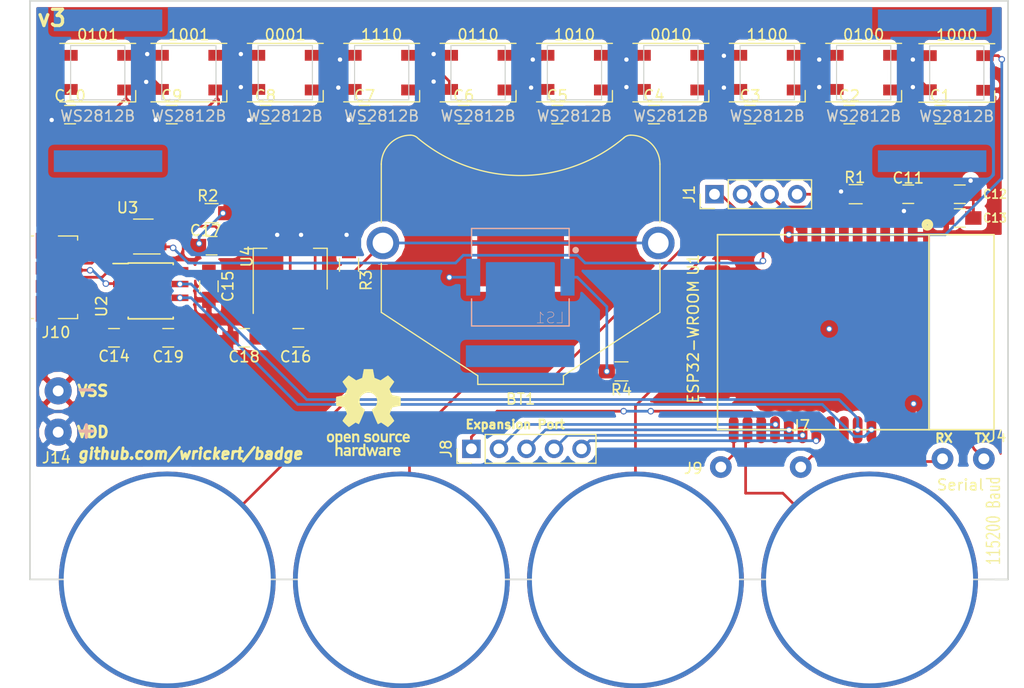
<source format=kicad_pcb>
(kicad_pcb (version 20171130) (host pcbnew 5.0.1)
  (layers (0 F.Cu signal) (31 B.Cu signal) (34 B.Paste user) (35 F.Paste user) (36 B.SilkS user) (37 F.SilkS user) (38 B.Mask user) (39 F.Mask user) (44 Edge.Cuts user))
  (net 0 "")
  (net 1 VDD)
  (net 2 VSS)
  (net 3 SPI)
  (net 4 "Net-(LED1-Pad2)")
  (net 5 "Net-(LED2-Pad2)")
  (net 6 "Net-(LED3-Pad2)")
  (net 7 "Net-(LED4-Pad2)")
  (net 8 "Net-(LED5-Pad2)")
  (net 9 "Net-(LED6-Pad2)")
  (net 10 "Net-(LED7-Pad2)")
  (net 11 "Net-(LED8-Pad2)")
  (net 12 "Net-(LED10-Pad4)")
  (net 13 "Net-(LED10-Pad2)")
  (net 14 IO23)
  (net 15 IO22)
  (net 16 TX)
  (net 17 RX)
  (net 18 IO21)
  (net 19 "Net-(U1-Pad32)")
  (net 20 IO19)
  (net 21 IO18)
  (net 22 IO5)
  (net 23 IO17)
  (net 24 IO16)
  (net 25 P0)
  (net 26 IO0)
  (net 27 P3)
  (net 28 IO13)
  (net 29 P1)
  (net 30 IO27)
  (net 31 IO33)
  (net 32 IO32)
  (net 33 IO35)
  (net 34 IO34)
  (net 35 "Net-(C11-Pad1)")
  (net 36 P2)
  (net 37 VDDA)
  (net 38 VBUS)
  (net 39 "Net-(C15-Pad1)")
  (net 40 "Net-(J10-Pad2)")
  (net 41 "Net-(R2-Pad1)")
  (net 42 "Net-(U1-Pad22)")
  (net 43 "Net-(U1-Pad21)")
  (net 44 "Net-(U1-Pad20)")
  (net 45 "Net-(U1-Pad19)")
  (net 46 "Net-(U1-Pad18)")
  (net 47 "Net-(U1-Pad17)")
  (net 48 "Net-(U1-Pad11)")
  (net 49 "Net-(U1-Pad5)")
  (net 50 "Net-(U1-Pad4)")
  (net 51 "Net-(J10-Pad3)")
  (net 52 "Net-(U2-Pad4)")
  (net 53 "Net-(J10-Pad4)")
  (net 54 "Net-(LS1-Pad1)")
  (module Housings_SOIC:SOIC-8_3.9x4.9mm_Pitch1.27mm (layer F.Cu) (at 92.456 115.57)
    (fp_text reference U2 (at -4.536 1.427 90) (layer F.SilkS))
    (fp_text value otter_CH330)
    (pad 8 smd rect (at 2.7 -1.905) (size 1.55 0.6) (layers F.Cu F.Paste F.Mask) (net 39 "Net-(C15-Pad1)"))
    (pad 7 smd rect (at 2.7 -0.635) (size 1.55 0.6) (layers F.Cu F.Paste F.Mask) (net 17 RX))
    (pad 6 smd rect (at 2.7 0.635) (size 1.55 0.6) (layers F.Cu F.Paste F.Mask) (net 16 TX))
    (pad 5 smd rect (at 2.7 1.905) (size 1.55 0.6) (layers F.Cu F.Paste F.Mask) (net 38 VBUS))
    (pad 4 smd rect (at -2.7 1.905) (size 1.55 0.6) (layers F.Cu F.Paste F.Mask) (net 52 "Net-(U2-Pad4)"))
    (pad 3 smd rect (at -2.7 0.635) (size 1.55 0.6) (layers F.Cu F.Paste F.Mask) (net 2 VSS))
    (pad 2 smd rect (at -2.7 -0.635) (size 1.55 0.6) (layers F.Cu F.Paste F.Mask) (net 40 "Net-(J10-Pad2)"))
    (pad 1 smd rect (at -2.7 -1.905) (size 1.55 0.6) (layers F.Cu F.Paste F.Mask) (net 51 "Net-(J10-Pad3)"))
  )
  (module Badge:WS2812B-Sunken (layer F.Cu) (at 87.57 95.428576)
    (fp_text reference 0101 (at 0 -3.5) (layer F.SilkS))
    (fp_text value WS2812B (at 0 4) (layer Edge.Cuts))
    (fp_line (start 2.5 -2.5) (end -2.5 -2.5) (layer Edge.Cuts) (width 0.1))
    (fp_line (start 2.5 2.5) (end 2.5 -2.5) (layer Edge.Cuts) (width 0.1))
    (fp_line (start -2.5 2.5) (end 2.5 2.5) (layer Edge.Cuts) (width 0.1))
    (fp_line (start -2.5 -2.5) (end -2.5 2.5) (layer Edge.Cuts) (width 0.1))
    (pad 1 smd rect (at -2.65 -1.6) (size 1.6 1) (layers F.Cu F.Paste F.Mask) (net 1 VDD))
    (pad 2 smd rect (at -2.65 1.55) (size 1.6 1) (layers F.Cu F.Paste F.Mask) (net 13 "Net-(LED10-Pad2)"))
    (pad 4 smd rect (at 2.6 -1.6) (size 1.6 1) (layers F.Cu F.Paste F.Mask) (net 12 "Net-(LED10-Pad4)"))
    (pad 3 smd rect (at 2.6 1.6) (size 1.6 1) (layers F.Cu F.Paste F.Mask) (net 2 VSS))
  )
  (module Badge:WS2812B-Sunken (layer F.Cu) (at 104.865 95.425576)
    (fp_text reference 0001 (at 0 -3.5) (layer F.SilkS))
    (fp_text value WS2812B (at 0 4) (layer Edge.Cuts))
    (fp_line (start 2.5 -2.5) (end -2.5 -2.5) (layer Edge.Cuts) (width 0.1))
    (fp_line (start 2.5 2.5) (end 2.5 -2.5) (layer Edge.Cuts) (width 0.1))
    (fp_line (start -2.5 2.5) (end 2.5 2.5) (layer Edge.Cuts) (width 0.1))
    (fp_line (start -2.5 -2.5) (end -2.5 2.5) (layer Edge.Cuts) (width 0.1))
    (pad 1 smd rect (at -2.65 -1.6) (size 1.6 1) (layers F.Cu F.Paste F.Mask) (net 1 VDD))
    (pad 2 smd rect (at -2.65 1.55) (size 1.6 1) (layers F.Cu F.Paste F.Mask) (net 11 "Net-(LED8-Pad2)"))
    (pad 4 smd rect (at 2.6 -1.6) (size 1.6 1) (layers F.Cu F.Paste F.Mask) (net 10 "Net-(LED7-Pad2)"))
    (pad 3 smd rect (at 2.6 1.6) (size 1.6 1) (layers F.Cu F.Paste F.Mask) (net 2 VSS))
  )
  (module Badge:WS2812B-Sunken (layer F.Cu) (at 158.205 95.425576)
    (fp_text reference 0100 (at 0 -3.5) (layer F.SilkS))
    (fp_text value WS2812B (at 0 4) (layer Edge.Cuts))
    (fp_line (start 2.5 -2.5) (end -2.5 -2.5) (layer Edge.Cuts) (width 0.1))
    (fp_line (start 2.5 2.5) (end 2.5 -2.5) (layer Edge.Cuts) (width 0.1))
    (fp_line (start -2.5 2.5) (end 2.5 2.5) (layer Edge.Cuts) (width 0.1))
    (fp_line (start -2.5 -2.5) (end -2.5 2.5) (layer Edge.Cuts) (width 0.1))
    (pad 1 smd rect (at -2.65 -1.6) (size 1.6 1) (layers F.Cu F.Paste F.Mask) (net 1 VDD))
    (pad 2 smd rect (at -2.65 1.55) (size 1.6 1) (layers F.Cu F.Paste F.Mask) (net 5 "Net-(LED2-Pad2)"))
    (pad 4 smd rect (at 2.6 -1.6) (size 1.6 1) (layers F.Cu F.Paste F.Mask) (net 4 "Net-(LED1-Pad2)"))
    (pad 3 smd rect (at 2.6 1.6) (size 1.6 1) (layers F.Cu F.Paste F.Mask) (net 2 VSS))
  )
  (module Badge:WS2812B-Sunken (layer F.Cu) (at 166.795 95.453576)
    (fp_text reference 1000 (at 0 -3.5) (layer F.SilkS))
    (fp_text value WS2812B (at 0 4) (layer Edge.Cuts))
    (fp_line (start 2.5 -2.5) (end -2.5 -2.5) (layer Edge.Cuts) (width 0.1))
    (fp_line (start 2.5 2.5) (end 2.5 -2.5) (layer Edge.Cuts) (width 0.1))
    (fp_line (start -2.5 2.5) (end 2.5 2.5) (layer Edge.Cuts) (width 0.1))
    (fp_line (start -2.5 -2.5) (end -2.5 2.5) (layer Edge.Cuts) (width 0.1))
    (pad 1 smd rect (at -2.65 -1.6) (size 1.6 1) (layers F.Cu F.Paste F.Mask) (net 1 VDD))
    (pad 2 smd rect (at -2.65 1.55) (size 1.6 1) (layers F.Cu F.Paste F.Mask) (net 4 "Net-(LED1-Pad2)"))
    (pad 4 smd rect (at 2.6 -1.6) (size 1.6 1) (layers F.Cu F.Paste F.Mask) (net 3 SPI))
    (pad 3 smd rect (at 2.6 1.6) (size 1.6 1) (layers F.Cu F.Paste F.Mask) (net 2 VSS))
  )
  (module Badge:WS2812B-Sunken (layer F.Cu) (at 149.315 95.425576)
    (fp_text reference 1100 (at 0 -3.5) (layer F.SilkS))
    (fp_text value WS2812B (at 0 4) (layer Edge.Cuts))
    (fp_line (start 2.5 -2.5) (end -2.5 -2.5) (layer Edge.Cuts) (width 0.1))
    (fp_line (start 2.5 2.5) (end 2.5 -2.5) (layer Edge.Cuts) (width 0.1))
    (fp_line (start -2.5 2.5) (end 2.5 2.5) (layer Edge.Cuts) (width 0.1))
    (fp_line (start -2.5 -2.5) (end -2.5 2.5) (layer Edge.Cuts) (width 0.1))
    (pad 1 smd rect (at -2.65 -1.6) (size 1.6 1) (layers F.Cu F.Paste F.Mask) (net 1 VDD))
    (pad 2 smd rect (at -2.65 1.55) (size 1.6 1) (layers F.Cu F.Paste F.Mask) (net 6 "Net-(LED3-Pad2)"))
    (pad 4 smd rect (at 2.6 -1.6) (size 1.6 1) (layers F.Cu F.Paste F.Mask) (net 5 "Net-(LED2-Pad2)"))
    (pad 3 smd rect (at 2.6 1.6) (size 1.6 1) (layers F.Cu F.Paste F.Mask) (net 2 VSS))
  )
  (module Badge:WS2812B-Sunken (layer F.Cu) (at 140.425 95.425576)
    (fp_text reference 0010 (at 0 -3.5) (layer F.SilkS))
    (fp_text value WS2812B (at 0 4) (layer Edge.Cuts))
    (fp_line (start 2.5 -2.5) (end -2.5 -2.5) (layer Edge.Cuts) (width 0.1))
    (fp_line (start 2.5 2.5) (end 2.5 -2.5) (layer Edge.Cuts) (width 0.1))
    (fp_line (start -2.5 2.5) (end 2.5 2.5) (layer Edge.Cuts) (width 0.1))
    (fp_line (start -2.5 -2.5) (end -2.5 2.5) (layer Edge.Cuts) (width 0.1))
    (pad 1 smd rect (at -2.65 -1.6) (size 1.6 1) (layers F.Cu F.Paste F.Mask) (net 1 VDD))
    (pad 2 smd rect (at -2.65 1.55) (size 1.6 1) (layers F.Cu F.Paste F.Mask) (net 7 "Net-(LED4-Pad2)"))
    (pad 4 smd rect (at 2.6 -1.6) (size 1.6 1) (layers F.Cu F.Paste F.Mask) (net 6 "Net-(LED3-Pad2)"))
    (pad 3 smd rect (at 2.6 1.6) (size 1.6 1) (layers F.Cu F.Paste F.Mask) (net 2 VSS))
  )
  (module Badge:WS2812B-Sunken (layer F.Cu) (at 131.535 95.425576)
    (fp_text reference 1010 (at 0 -3.5) (layer F.SilkS))
    (fp_text value WS2812B (at 0 4) (layer Edge.Cuts))
    (fp_line (start 2.5 -2.5) (end -2.5 -2.5) (layer Edge.Cuts) (width 0.1))
    (fp_line (start 2.5 2.5) (end 2.5 -2.5) (layer Edge.Cuts) (width 0.1))
    (fp_line (start -2.5 2.5) (end 2.5 2.5) (layer Edge.Cuts) (width 0.1))
    (fp_line (start -2.5 -2.5) (end -2.5 2.5) (layer Edge.Cuts) (width 0.1))
    (pad 1 smd rect (at -2.65 -1.6) (size 1.6 1) (layers F.Cu F.Paste F.Mask) (net 1 VDD))
    (pad 2 smd rect (at -2.65 1.55) (size 1.6 1) (layers F.Cu F.Paste F.Mask) (net 8 "Net-(LED5-Pad2)"))
    (pad 4 smd rect (at 2.6 -1.6) (size 1.6 1) (layers F.Cu F.Paste F.Mask) (net 7 "Net-(LED4-Pad2)"))
    (pad 3 smd rect (at 2.6 1.6) (size 1.6 1) (layers F.Cu F.Paste F.Mask) (net 2 VSS))
  )
  (module Badge:WS2812B-Sunken (layer F.Cu) (at 122.645 95.425576)
    (fp_text reference 0110 (at 0 -3.5) (layer F.SilkS))
    (fp_text value WS2812B (at 0 4) (layer Edge.Cuts))
    (fp_line (start 2.5 -2.5) (end -2.5 -2.5) (layer Edge.Cuts) (width 0.1))
    (fp_line (start 2.5 2.5) (end 2.5 -2.5) (layer Edge.Cuts) (width 0.1))
    (fp_line (start -2.5 2.5) (end 2.5 2.5) (layer Edge.Cuts) (width 0.1))
    (fp_line (start -2.5 -2.5) (end -2.5 2.5) (layer Edge.Cuts) (width 0.1))
    (pad 1 smd rect (at -2.65 -1.6) (size 1.6 1) (layers F.Cu F.Paste F.Mask) (net 1 VDD))
    (pad 2 smd rect (at -2.65 1.55) (size 1.6 1) (layers F.Cu F.Paste F.Mask) (net 9 "Net-(LED6-Pad2)"))
    (pad 4 smd rect (at 2.6 -1.6) (size 1.6 1) (layers F.Cu F.Paste F.Mask) (net 8 "Net-(LED5-Pad2)"))
    (pad 3 smd rect (at 2.6 1.6) (size 1.6 1) (layers F.Cu F.Paste F.Mask) (net 2 VSS))
  )
  (module Badge:WS2812B-Sunken (layer F.Cu) (at 113.755 95.425576)
    (fp_text reference 1110 (at 0 -3.5) (layer F.SilkS))
    (fp_text value WS2812B (at 0 4) (layer Edge.Cuts))
    (fp_line (start 2.5 -2.5) (end -2.5 -2.5) (layer Edge.Cuts) (width 0.1))
    (fp_line (start 2.5 2.5) (end 2.5 -2.5) (layer Edge.Cuts) (width 0.1))
    (fp_line (start -2.5 2.5) (end 2.5 2.5) (layer Edge.Cuts) (width 0.1))
    (fp_line (start -2.5 -2.5) (end -2.5 2.5) (layer Edge.Cuts) (width 0.1))
    (pad 1 smd rect (at -2.65 -1.6) (size 1.6 1) (layers F.Cu F.Paste F.Mask) (net 1 VDD))
    (pad 2 smd rect (at -2.65 1.55) (size 1.6 1) (layers F.Cu F.Paste F.Mask) (net 10 "Net-(LED7-Pad2)"))
    (pad 4 smd rect (at 2.6 -1.6) (size 1.6 1) (layers F.Cu F.Paste F.Mask) (net 9 "Net-(LED6-Pad2)"))
    (pad 3 smd rect (at 2.6 1.6) (size 1.6 1) (layers F.Cu F.Paste F.Mask) (net 2 VSS))
  )
  (module Badge:WS2812B-Sunken (layer F.Cu) (at 95.975 95.425576)
    (fp_text reference 1001 (at 0 -3.5) (layer F.SilkS))
    (fp_text value WS2812B (at 0 4) (layer Edge.Cuts))
    (fp_line (start 2.5 -2.5) (end -2.5 -2.5) (layer Edge.Cuts) (width 0.1))
    (fp_line (start 2.5 2.5) (end 2.5 -2.5) (layer Edge.Cuts) (width 0.1))
    (fp_line (start -2.5 2.5) (end 2.5 2.5) (layer Edge.Cuts) (width 0.1))
    (fp_line (start -2.5 -2.5) (end -2.5 2.5) (layer Edge.Cuts) (width 0.1))
    (pad 1 smd rect (at -2.65 -1.6) (size 1.6 1) (layers F.Cu F.Paste F.Mask) (net 1 VDD))
    (pad 2 smd rect (at -2.65 1.55) (size 1.6 1) (layers F.Cu F.Paste F.Mask) (net 12 "Net-(LED10-Pad4)"))
    (pad 4 smd rect (at 2.6 -1.6) (size 1.6 1) (layers F.Cu F.Paste F.Mask) (net 11 "Net-(LED8-Pad2)"))
    (pad 3 smd rect (at 2.6 1.6) (size 1.6 1) (layers F.Cu F.Paste F.Mask) (net 2 VSS))
  )
  (module ESP32-footprints-Lib:ESP32-WROOM (layer F.Cu) (at 157.48 119.38 90)
    (fp_text reference U1 (at 6.223 -14.986 90) (layer F.SilkS))
    (fp_text value ESP32-WROOM)
    (fp_text user ESP32-WROOM (at -0.889 -14.986 270) (layer F.SilkS))
    (pad 38 smd oval (at -9 5.25 90) (size 2.5 0.9) (layers F.Cu F.Paste F.Mask) (net 2 VSS))
    (pad 37 smd oval (at -9 3.98 90) (size 2.5 0.9) (layers F.Cu F.Paste F.Mask) (net 14 IO23))
    (pad 36 smd oval (at -9 2.71 90) (size 2.5 0.9) (layers F.Cu F.Paste F.Mask) (net 15 IO22))
    (pad 35 smd oval (at -9 1.44 90) (size 2.5 0.9) (layers F.Cu F.Paste F.Mask) (net 16 TX))
    (pad 34 smd oval (at -9 0.17 90) (size 2.5 0.9) (layers F.Cu F.Paste F.Mask) (net 17 RX))
    (pad 33 smd oval (at -9 -1.1 90) (size 2.5 0.9) (layers F.Cu F.Paste F.Mask) (net 18 IO21))
    (pad 32 smd oval (at -9 -2.37 90) (size 2.5 0.9) (layers F.Cu F.Paste F.Mask) (net 19 "Net-(U1-Pad32)"))
    (pad 31 smd oval (at -9 -3.64 90) (size 2.5 0.9) (layers F.Cu F.Paste F.Mask) (net 20 IO19))
    (pad 30 smd oval (at -9 -4.91 90) (size 2.5 0.9) (layers F.Cu F.Paste F.Mask) (net 21 IO18))
    (pad 29 smd oval (at -9 -6.18 90) (size 2.5 0.9) (layers F.Cu F.Paste F.Mask) (net 22 IO5))
    (pad 28 smd oval (at -9 -7.45 90) (size 2.5 0.9) (layers F.Cu F.Paste F.Mask) (net 23 IO17))
    (pad 27 smd oval (at -9 -8.72 90) (size 2.5 0.9) (layers F.Cu F.Paste F.Mask) (net 24 IO16))
    (pad 26 smd oval (at -9 -9.99 90) (size 2.5 0.9) (layers F.Cu F.Paste F.Mask) (net 25 P0))
    (pad 25 smd oval (at -9 -11.26 90) (size 2.5 0.9) (layers F.Cu F.Paste F.Mask) (net 26 IO0))
    (pad 24 smd oval (at -5.715 -12.75 90) (size 0.9 2.5) (layers F.Cu F.Paste F.Mask) (net 2 VSS))
    (pad 23 smd oval (at -4.445 -12.75 90) (size 0.9 2.5) (layers F.Cu F.Paste F.Mask) (net 29 P1))
    (pad 22 smd oval (at -3.175 -12.75 90) (size 0.9 2.5) (layers F.Cu F.Paste F.Mask) (net 42 "Net-(U1-Pad22)"))
    (pad 21 smd oval (at -1.905 -12.75 90) (size 0.9 2.5) (layers F.Cu F.Paste F.Mask) (net 43 "Net-(U1-Pad21)"))
    (pad 20 smd oval (at -0.635 -12.75 90) (size 0.9 2.5) (layers F.Cu F.Paste F.Mask) (net 44 "Net-(U1-Pad20)"))
    (pad 19 smd oval (at 0.635 -12.75 90) (size 0.9 2.5) (layers F.Cu F.Paste F.Mask) (net 45 "Net-(U1-Pad19)"))
    (pad 18 smd oval (at 1.905 -12.75 90) (size 0.9 2.5) (layers F.Cu F.Paste F.Mask) (net 46 "Net-(U1-Pad18)"))
    (pad 17 smd oval (at 3.175 -12.75 90) (size 0.9 2.5) (layers F.Cu F.Paste F.Mask) (net 47 "Net-(U1-Pad17)"))
    (pad 16 smd oval (at 4.445 -12.75 90) (size 0.9 2.5) (layers F.Cu F.Paste F.Mask) (net 28 IO13))
    (pad 15 smd oval (at 5.715 -12.75 90) (size 0.9 2.5) (layers F.Cu F.Paste F.Mask) (net 2 VSS))
    (pad 14 smd oval (at 9 -11.26 90) (size 2.5 0.9) (layers F.Cu F.Paste F.Mask) (net 36 P2))
    (pad 13 smd oval (at 9 -9.99 90) (size 2.5 0.9) (layers F.Cu F.Paste F.Mask) (net 27 P3))
    (pad 12 smd oval (at 9 -8.72 90) (size 2.5 0.9) (layers F.Cu F.Paste F.Mask) (net 30 IO27))
    (pad 11 smd oval (at 9 -7.45 90) (size 2.5 0.9) (layers F.Cu F.Paste F.Mask) (net 48 "Net-(U1-Pad11)"))
    (pad 10 smd oval (at 9 -6.18 90) (size 2.5 0.9) (layers F.Cu F.Paste F.Mask) (net 3 SPI))
    (pad 9 smd oval (at 9 -4.91 90) (size 2.5 0.9) (layers F.Cu F.Paste F.Mask) (net 31 IO33))
    (pad 8 smd oval (at 9 -3.64 90) (size 2.5 0.9) (layers F.Cu F.Paste F.Mask) (net 32 IO32))
    (pad 7 smd oval (at 9 -2.37 90) (size 2.5 0.9) (layers F.Cu F.Paste F.Mask) (net 33 IO35))
    (pad 6 smd oval (at 9 -1.1 90) (size 2.5 0.9) (layers F.Cu F.Paste F.Mask) (net 34 IO34))
    (pad 5 smd oval (at 9 0.17 90) (size 2.5 0.9) (layers F.Cu F.Paste F.Mask) (net 49 "Net-(U1-Pad5)"))
    (pad 4 smd oval (at 9 1.44 90) (size 2.5 0.9) (layers F.Cu F.Paste F.Mask) (net 50 "Net-(U1-Pad4)"))
    (pad 3 smd oval (at 9 2.71 90) (size 2.5 0.9) (layers F.Cu F.Paste F.Mask) (net 35 "Net-(C11-Pad1)"))
    (pad 2 smd oval (at 9 3.98 90) (size 2.5 0.9) (layers F.Cu F.Paste F.Mask) (net 1 VDD))
    (pad 1 smd oval (at 9 5.25 90) (size 2.5 0.9) (layers F.Cu F.Paste F.Mask) (net 2 VSS))
    (pad 39 smd rect (at 0.3 -2.45 90) (size 6 6) (layers F.Cu F.Paste F.Mask) (net 2 VSS))
  )
  (module Battery_Holders:Keystone_3009_1x2450-CoinCell (layer F.Cu) (at 126.57 111.147 180)
    (fp_text reference BT1 (at 0 -14.4 180) (layer F.SilkS))
    (fp_text value Battery_Cell)
    (pad 1 thru_hole circle (at -12.7 0 180) (size 3 3) (drill 1.9) (layers *.Cu *.Mask) (net 37 VDDA))
    (pad 1 thru_hole circle (at 12.7 0 180) (size 3 3) (drill 1.9) (layers *.Cu *.Mask) (net 37 VDDA))
    (pad 2 smd rect (at 0 0 180) (size 8 8) (layers F.Cu F.Mask) (net 2 VSS))
  )
  (module Capacitors_SMD:C_0805_HandSoldering (layer F.Cu) (at 165.284 99.301)
    (fp_text reference C1 (at 0 -1.75) (layer F.SilkS))
    (fp_text value 0.1uF)
    (pad 1 smd rect (at -1.25 0) (size 1.5 1.25) (layers F.Cu F.Paste F.Mask) (net 1 VDD))
    (pad 2 smd rect (at 1.25 0) (size 1.5 1.25) (layers F.Cu F.Paste F.Mask) (net 2 VSS))
  )
  (module Capacitors_SMD:C_0805_HandSoldering (layer F.Cu) (at 156.882 99.301)
    (fp_text reference C2 (at 0 -1.75) (layer F.SilkS))
    (fp_text value 0.1uF)
    (pad 1 smd rect (at -1.25 0) (size 1.5 1.25) (layers F.Cu F.Paste F.Mask) (net 1 VDD))
    (pad 2 smd rect (at 1.25 0) (size 1.5 1.25) (layers F.Cu F.Paste F.Mask) (net 2 VSS))
  )
  (module Capacitors_SMD:C_0805_HandSoldering (layer F.Cu) (at 147.738 99.301)
    (fp_text reference C3 (at 0 -1.75) (layer F.SilkS))
    (fp_text value 0.1uF)
    (pad 1 smd rect (at -1.25 0) (size 1.5 1.25) (layers F.Cu F.Paste F.Mask) (net 1 VDD))
    (pad 2 smd rect (at 1.25 0) (size 1.5 1.25) (layers F.Cu F.Paste F.Mask) (net 2 VSS))
  )
  (module Capacitors_SMD:C_0805_HandSoldering (layer F.Cu) (at 138.868 99.301)
    (fp_text reference C4 (at 0 -1.75) (layer F.SilkS))
    (fp_text value 0.1uF)
    (pad 1 smd rect (at -1.25 0) (size 1.5 1.25) (layers F.Cu F.Paste F.Mask) (net 1 VDD))
    (pad 2 smd rect (at 1.25 0) (size 1.5 1.25) (layers F.Cu F.Paste F.Mask) (net 2 VSS))
  )
  (module Capacitors_SMD:C_0805_HandSoldering (layer F.Cu) (at 129.958 99.301)
    (fp_text reference C5 (at 0 -1.75) (layer F.SilkS))
    (fp_text value 0.1uF)
    (pad 1 smd rect (at -1.25 0) (size 1.5 1.25) (layers F.Cu F.Paste F.Mask) (net 1 VDD))
    (pad 2 smd rect (at 1.25 0) (size 1.5 1.25) (layers F.Cu F.Paste F.Mask) (net 2 VSS))
  )
  (module Capacitors_SMD:C_0805_HandSoldering (layer F.Cu) (at 121.322 99.301)
    (fp_text reference C6 (at 0 -1.75) (layer F.SilkS))
    (fp_text value 0.1uF)
    (pad 1 smd rect (at -1.25 0) (size 1.5 1.25) (layers F.Cu F.Paste F.Mask) (net 1 VDD))
    (pad 2 smd rect (at 1.25 0) (size 1.5 1.25) (layers F.Cu F.Paste F.Mask) (net 2 VSS))
  )
  (module Capacitors_SMD:C_0805_HandSoldering (layer F.Cu) (at 112.178 99.301)
    (fp_text reference C7 (at 0 -1.75) (layer F.SilkS))
    (fp_text value 0.1uF)
    (pad 1 smd rect (at -1.25 0) (size 1.5 1.25) (layers F.Cu F.Paste F.Mask) (net 1 VDD))
    (pad 2 smd rect (at 1.25 0) (size 1.5 1.25) (layers F.Cu F.Paste F.Mask) (net 2 VSS))
  )
  (module Capacitors_SMD:C_0805_HandSoldering (layer F.Cu) (at 103.034 99.301)
    (fp_text reference C8 (at 0 -1.75) (layer F.SilkS))
    (fp_text value 0.1uF)
    (pad 1 smd rect (at -1.25 0) (size 1.5 1.25) (layers F.Cu F.Paste F.Mask) (net 1 VDD))
    (pad 2 smd rect (at 1.25 0) (size 1.5 1.25) (layers F.Cu F.Paste F.Mask) (net 2 VSS))
  )
  (module Capacitors_SMD:C_0805_HandSoldering (layer F.Cu) (at 94.398 99.301)
    (fp_text reference C9 (at 0 -1.75) (layer F.SilkS))
    (fp_text value 0.1uF)
    (pad 1 smd rect (at -1.25 0) (size 1.5 1.25) (layers F.Cu F.Paste F.Mask) (net 1 VDD))
    (pad 2 smd rect (at 1.25 0) (size 1.5 1.25) (layers F.Cu F.Paste F.Mask) (net 2 VSS))
  )
  (module Capacitors_SMD:C_0805_HandSoldering (layer F.Cu) (at 85.02 99.301)
    (fp_text reference C10 (at 0 -1.75) (layer F.SilkS))
    (fp_text value 0.1uF)
    (pad 1 smd rect (at -1.25 0) (size 1.5 1.25) (layers F.Cu F.Paste F.Mask) (net 1 VDD))
    (pad 2 smd rect (at 1.25 0) (size 1.5 1.25) (layers F.Cu F.Paste F.Mask) (net 2 VSS))
  )
  (module Capacitors_SMD:C_0805_HandSoldering (layer F.Cu) (at 162.32 106.647)
    (fp_text reference C11 (at 0 -1.5) (layer F.SilkS))
    (fp_text value 0.1uF)
    (pad 1 smd rect (at -1.25 0) (size 1.5 1.25) (layers F.Cu F.Paste F.Mask) (net 35 "Net-(C11-Pad1)"))
    (pad 2 smd rect (at 1.25 0) (size 1.5 1.25) (layers F.Cu F.Paste F.Mask) (net 2 VSS))
  )
  (module Capacitors_SMD:C_0805_HandSoldering (layer F.Cu) (at 167.07 106.647)
    (fp_text reference C12 (at 3.25 0) (layer F.SilkS) (effects (font (size 0.8 0.75))))
    (fp_text value 0.1uF)
    (pad 1 smd rect (at -1.25 0) (size 1.5 1.25) (layers F.Cu F.Paste F.Mask) (net 2 VSS))
    (pad 2 smd rect (at 1.25 0) (size 1.5 1.25) (layers F.Cu F.Paste F.Mask) (net 1 VDD))
  )
  (module Capacitors_SMD:C_0805_HandSoldering (layer F.Cu) (at 167.07 108.839)
    (fp_text reference C13 (at 3.25 0.004) (layer F.SilkS) (effects (font (size 0.8 0.75))))
    (fp_text value 10uF)
    (pad 1 smd rect (at -1.25 0) (size 1.5 1.25) (layers F.Cu F.Paste F.Mask) (net 2 VSS))
    (pad 2 smd rect (at 1.25 0) (size 1.5 1.25) (layers F.Cu F.Paste F.Mask) (net 1 VDD))
  )
  (module Resistors_SMD:R_0805_HandSoldering (layer F.Cu) (at 157.47 106.647)
    (fp_text reference R1 (at -0.0762 -1.5494) (layer F.SilkS))
    (fp_text value 10k)
    (pad 1 smd rect (at -1.35 0) (size 1.5 1.3) (layers F.Cu F.Paste F.Mask) (net 1 VDD))
    (pad 2 smd rect (at 1.35 0) (size 1.5 1.3) (layers F.Cu F.Paste F.Mask) (net 35 "Net-(C11-Pad1)"))
  )
  (module Wire_Pads:Penny (layer F.Cu) (at 93.98 142.24)
    (fp_text reference J5 (at -6.06 5.757) (layer F.SilkS))
    (fp_text value Penny3)
    (pad 1 thru_hole circle (at 0 0) (size 20 20) (drill 19.1) (layers *.Mask F.Cu) (net 27 P3))
  )
  (module Wire_Pads:Penny (layer F.Cu) (at 115.57 142.24)
    (fp_text reference J11 (at -5.25 5.757) (layer F.SilkS))
    (fp_text value Penny2)
    (pad 1 thru_hole circle (at 0 0) (size 20 20) (drill 19.1) (layers *.Mask F.Cu) (net 36 P2))
  )
  (module Wire_Pads:Penny (layer F.Cu) (at 137.16 142.24)
    (fp_text reference J12 (at -4.84 6.557) (layer F.SilkS))
    (fp_text value Penny1)
    (pad 1 thru_hole circle (at 0 0) (size 20 20) (drill 19.1) (layers *.Mask F.Cu) (net 29 P1))
  )
  (module Wire_Pads:Penny (layer F.Cu) (at 158.75 142.24)
    (fp_text reference J13 (at -5.23 5.757) (layer F.SilkS))
    (fp_text value Penny0)
    (pad 1 thru_hole circle (at 0 0) (size 20 20) (drill 19.1) (layers *.Mask F.Cu) (net 25 P0))
  )
  (module Wire_Pads:SolderWirePad_2x_1mmDrill (layer F.Cu) (at 167.386 131.064)
    (fp_text reference J4 (at 3.134 -2.067) (layer F.SilkS))
    (fp_text value Serial (at -0.254 2.413) (layer F.SilkS))
    (pad 1 thru_hole circle (at -1.905 0) (size 2 2) (drill 1.00076) (layers *.Cu *.Mask) (net 17 RX))
    (pad 1 thru_hole circle (at 1.905 0) (size 2 2) (drill 1.00076) (layers *.Cu *.Mask) (net 16 TX))
  )
  (module Wire_Pads:SolderWirePad_single_1mmDrill (layer F.Cu) (at 152.4 131.826)
    (fp_text reference J7 (at 0 -3.81) (layer F.SilkS))
    (fp_text value Right2)
    (pad 1 thru_hole circle (at 0 0) (size 2 2) (drill 1.00076) (layers *.Cu *.Mask) (net 18 IO21))
  )
  (module Wire_Pads:SolderWirePad_single_1mmDrill (layer F.Cu) (at 145.034 131.826)
    (fp_text reference J9 (at -2.54 0.127) (layer F.SilkS))
    (fp_text value Right4)
    (pad 1 thru_hole circle (at 0 0) (size 2 2) (drill 1.00076) (layers *.Cu *.Mask) (net 26 IO0))
  )
  (module Wire_Pads:SolderWirePad_2x_1mmDrill (layer F.Cu) (at 83.92 126.702 90)
    (fp_text reference J14 (at -4.2668 -0.1688 180) (layer F.SilkS))
    (fp_text value Power)
    (pad 1 thru_hole circle (at -1.905 0 90) (size 2.49936 2.49936) (drill 1.00076) (layers *.Cu *.Mask) (net 1 VDD))
    (pad 1 thru_hole circle (at 1.905 0 90) (size 2.49936 2.49936) (drill 1.00076) (layers *.Cu *.Mask) (net 2 VSS))
  )
  (module PKMCS0909E4000-R1:XDCR_PKMCS0909E4000-R1 (layer B.Cu) (at 126.545 114.305 180)
    (fp_text reference LS1 (at -2.725 -3.75 180) (layer B.SilkS) (effects (font (size 1.00189 1.00189) (thickness 0.05)) (justify mirror)))
    (fp_text value PKMCS0909E4000-R1)
    (pad 1 smd rect (at -4.35 0 180) (size 1.3 3.4) (layers B.Cu B.Paste B.Mask) (net 54 "Net-(LS1-Pad1)"))
    (pad 2 smd rect (at 4.35 0 180) (size 1.3 3.4) (layers B.Cu B.Paste B.Mask) (net 2 VSS))
  )
  (module Symbols:OSHW-Logo_7.5x8mm_SilkScreen (layer F.Cu) (at 112.52 126.797)
    (fp_text reference REF*** hide)
    (fp_text value OSHW-Logo_7.5x8mm_SilkScreen hide)
  )
  (module Capacitors_SMD:C_0805_HandSoldering (layer F.Cu) (at 89.07 119.897)
    (fp_text reference C14 (at 0 1.7) (layer F.SilkS))
    (fp_text value 4.7uF)
    (pad 1 smd rect (at -1.25 0) (size 1.5 1.25) (layers F.Cu F.Paste F.Mask) (net 2 VSS))
    (pad 2 smd rect (at 1.25 0) (size 1.5 1.25) (layers F.Cu F.Paste F.Mask) (net 38 VBUS))
  )
  (module Capacitors_SMD:C_0805_HandSoldering (layer F.Cu) (at 97.82 115.147 270)
    (fp_text reference C15 (at 0 -1.75 270) (layer F.SilkS))
    (fp_text value 0.1uF)
    (pad 2 smd rect (at 1.25 0 270) (size 1.5 1.25) (layers F.Cu F.Paste F.Mask) (net 2 VSS))
    (pad 1 smd rect (at -1.25 0 270) (size 1.5 1.25) (layers F.Cu F.Paste F.Mask) (net 39 "Net-(C15-Pad1)"))
  )
  (module Capacitors_SMD:C_0805_HandSoldering (layer F.Cu) (at 106.07 119.897)
    (fp_text reference C16 (at -0.25 1.75) (layer F.SilkS))
    (fp_text value 1uF)
    (pad 2 smd rect (at 1.25 0) (size 1.5 1.25) (layers F.Cu F.Paste F.Mask) (net 2 VSS))
    (pad 1 smd rect (at -1.25 0) (size 1.5 1.25) (layers F.Cu F.Paste F.Mask) (net 37 VDDA))
  )
  (module Capacitors_SMD:C_0805_HandSoldering (layer F.Cu) (at 98.07 111.397)
    (fp_text reference C17 (at -0.55 -1.4) (layer F.SilkS))
    (fp_text value 4.7uF)
    (pad 2 smd rect (at 1.25 0) (size 1.5 1.25) (layers F.Cu F.Paste F.Mask) (net 37 VDDA))
    (pad 1 smd rect (at -1.25 0) (size 1.5 1.25) (layers F.Cu F.Paste F.Mask) (net 2 VSS))
  )
  (module Capacitors_SMD:C_0805_HandSoldering (layer F.Cu) (at 101.07 119.897 180)
    (fp_text reference C18 (at 0 -1.75 180) (layer F.SilkS))
    (fp_text value 1uF)
    (pad 1 smd rect (at -1.25 0 180) (size 1.5 1.25) (layers F.Cu F.Paste F.Mask) (net 1 VDD))
    (pad 2 smd rect (at 1.25 0 180) (size 1.5 1.25) (layers F.Cu F.Paste F.Mask) (net 2 VSS))
  )
  (module Capacitors_SMD:C_0805_HandSoldering (layer F.Cu) (at 94.07 119.897)
    (fp_text reference C19 (at 0 1.75) (layer F.SilkS))
    (fp_text value 0.1uF)
    (pad 1 smd rect (at -1.25 0) (size 1.5 1.25) (layers F.Cu F.Paste F.Mask) (net 2 VSS))
    (pad 2 smd rect (at 1.25 0) (size 1.5 1.25) (layers F.Cu F.Paste F.Mask) (net 38 VBUS))
  )
  (module Pin_Headers:Pin_Header_Straight_1x05_Pitch2.54mm (layer F.Cu) (at 122.03 130.147 90)
    (fp_text reference J8 (at 0 -2.33 90) (layer F.SilkS))
    (fp_text value Right3)
    (pad 1 thru_hole rect (at 0 0 90) (size 1.7 1.7) (drill 1) (layers *.Cu *.Mask) (net 24 IO16))
    (pad 2 thru_hole oval (at 0 2.54 90) (size 1.7 1.7) (drill 1) (layers *.Cu *.Mask) (net 23 IO17))
    (pad 3 thru_hole oval (at 0 5.08 90) (size 1.7 1.7) (drill 1) (layers *.Cu *.Mask) (net 22 IO5))
    (pad 4 thru_hole oval (at 0 7.62 90) (size 1.7 1.7) (drill 1) (layers *.Cu *.Mask) (net 21 IO18))
    (pad 5 thru_hole oval (at 0 10.16 90) (size 1.7 1.7) (drill 1) (layers *.Cu *.Mask) (net 20 IO19))
  )
  (module Resistors_SMD:R_0805_HandSoldering (layer F.Cu) (at 98.07 108.397)
    (fp_text reference R2 (at -0.35 -1.6) (layer F.SilkS))
    (fp_text value 2k)
    (pad 1 smd rect (at -1.35 0) (size 1.5 1.3) (layers F.Cu F.Paste F.Mask) (net 41 "Net-(R2-Pad1)"))
    (pad 2 smd rect (at 1.35 0) (size 1.5 1.3) (layers F.Cu F.Paste F.Mask) (net 2 VSS))
  )
  (module TO_SOT_Packages_SMD:SOT-223-3_TabPin2 (layer F.Cu) (at 105.32 113.547 90)
    (fp_text reference U4 (at 1.15 -4 90) (layer F.SilkS))
    (fp_text value TLV1117-33)
    (pad 2 smd rect (at 3.15 0 90) (size 2 3.8) (layers F.Cu F.Paste F.Mask) (net 1 VDD))
    (pad 2 smd rect (at -3.15 0 90) (size 2 1.5) (layers F.Cu F.Paste F.Mask) (net 1 VDD))
    (pad 3 smd rect (at -3.15 2.3 90) (size 2 1.5) (layers F.Cu F.Paste F.Mask) (net 37 VDDA))
    (pad 1 smd rect (at -3.15 -2.3 90) (size 2 1.5) (layers F.Cu F.Paste F.Mask) (net 2 VSS))
  )
  (module Connectors_USB:USB_Micro-B_Molex_47346-0001 (layer F.Cu) (at 82.804 114.311 270)
    (fp_text reference J10 (at 5.086 -0.916 180) (layer F.SilkS))
    (fp_text value USB_B_Micro)
    (pad 1 smd rect (at -1.3 -2.66 270) (size 0.45 1.38) (layers F.Cu F.Paste F.Mask) (net 38 VBUS))
    (pad 2 smd rect (at -0.65 -2.66 270) (size 0.45 1.38) (layers F.Cu F.Paste F.Mask) (net 40 "Net-(J10-Pad2)"))
    (pad 3 smd rect (at 0 -2.66 270) (size 0.45 1.38) (layers F.Cu F.Paste F.Mask) (net 51 "Net-(J10-Pad3)"))
    (pad 4 smd rect (at 0.65 -2.66 270) (size 0.45 1.38) (layers F.Cu F.Paste F.Mask) (net 53 "Net-(J10-Pad4)"))
    (pad 5 smd rect (at 1.3 -2.66 270) (size 0.45 1.38) (layers F.Cu F.Paste F.Mask) (net 2 VSS))
    (pad 6 smd rect (at -2.4625 -2.3 270) (size 1.475 2.1) (layers F.Cu F.Paste F.Mask) (net 2 VSS))
    (pad 6 smd rect (at 2.4625 -2.3 270) (size 1.475 2.1) (layers F.Cu F.Paste F.Mask) (net 2 VSS))
    (pad 6 smd rect (at -2.91 0 270) (size 2.375 1.9) (layers F.Cu F.Paste F.Mask) (net 2 VSS))
    (pad 6 smd rect (at 2.91 0 270) (size 2.375 1.9) (layers F.Cu F.Paste F.Mask) (net 2 VSS))
    (pad 6 smd rect (at -0.84 0 270) (size 1.175 1.9) (layers F.Cu F.Paste F.Mask) (net 2 VSS))
    (pad 6 smd rect (at 0.84 0 270) (size 1.175 1.9) (layers F.Cu F.Paste F.Mask) (net 2 VSS))
  )
  (module Resistors_SMD:R_0805_HandSoldering (layer F.Cu) (at 110.744 113.157 270)
    (fp_text reference R3 (at 1.44 -1.576 270) (layer F.SilkS))
    (fp_text value 0ohm)
    (pad 1 smd rect (at -1.35 0 270) (size 1.5 1.3) (layers F.Cu F.Paste F.Mask) (net 1 VDD))
    (pad 2 smd rect (at 1.35 0 270) (size 1.5 1.3) (layers F.Cu F.Paste F.Mask) (net 37 VDDA))
  )
  (module TO_SOT_Packages_SMD:SOT-23-5_HandSoldering (layer F.Cu) (at 91.774 110.551 180)
    (fp_text reference U3 (at 1.454 2.654 180) (layer F.SilkS))
    (fp_text value MCP73831-2-OT)
    (pad 1 smd rect (at -1.35 -0.95 180) (size 1.56 0.65) (layers F.Cu F.Paste F.Mask) (net 30 IO27))
    (pad 2 smd rect (at -1.35 0 180) (size 1.56 0.65) (layers F.Cu F.Paste F.Mask) (net 2 VSS))
    (pad 3 smd rect (at -1.35 0.95 180) (size 1.56 0.65) (layers F.Cu F.Paste F.Mask) (net 37 VDDA))
    (pad 4 smd rect (at 1.35 0.95 180) (size 1.56 0.65) (layers F.Cu F.Paste F.Mask) (net 38 VBUS))
    (pad 5 smd rect (at 1.35 -0.95 180) (size 1.56 0.65) (layers F.Cu F.Paste F.Mask) (net 41 "Net-(R2-Pad1)"))
  )
  (module Resistors_SMD:R_0805_HandSoldering (layer F.Cu) (at 135.87 122.997 180)
    (fp_text reference R4 (at 0 -1.7 180) (layer F.SilkS))
    (fp_text value 22ohm)
    (pad 1 smd rect (at -1.35 0 180) (size 1.5 1.3) (layers F.Cu F.Paste F.Mask) (net 28 IO13))
    (pad 2 smd rect (at 1.35 0 180) (size 1.5 1.3) (layers F.Cu F.Paste F.Mask) (net 54 "Net-(LS1-Pad1)"))
  )
  (module Pin_Headers:Pin_Header_Straight_1x04_Pitch2.54mm (layer F.Cu) (at 144.45 106.647 90)
    (fp_text reference J1 (at 0 -2.33 90) (layer F.SilkS))
    (fp_text value Left2)
    (pad 1 thru_hole rect (at 0 0 90) (size 1.7 1.7) (drill 1) (layers *.Cu *.Mask) (net 31 IO33))
    (pad 2 thru_hole oval (at 0 2.54 90) (size 1.7 1.7) (drill 1) (layers *.Cu *.Mask) (net 32 IO32))
    (pad 3 thru_hole oval (at 0 5.08 90) (size 1.7 1.7) (drill 1) (layers *.Cu *.Mask) (net 33 IO35))
    (pad 4 thru_hole oval (at 0 7.62 90) (size 1.7 1.7) (drill 1) (layers *.Cu *.Mask) (net 34 IO34))
  )
  (module Badge:Binder (layer B.Cu) (at 126.52 103.597 180)
    (fp_text reference REF**)
    (fp_text value Binder)
    (pad 5 smd rect (at 0 -18 180) (size 10 2) (layers B.Cu B.Paste B.Mask))
    (pad 4 smd rect (at -38 0 180) (size 10 2) (layers B.Cu B.Paste B.Mask))
    (pad 3 smd rect (at 38 0 180) (size 10 2) (layers B.Cu B.Paste B.Mask))
    (pad 2 smd rect (at 38 13 180) (size 10 2) (layers B.Cu B.Paste B.Mask))
    (pad 1 smd rect (at -38 13 180) (size 10 2) (layers B.Cu B.Paste B.Mask))
  )
  (gr_line (start 171.52 88.797) (end 171.52 142.197) (layer Edge.Cuts) (width 0.15))
  (gr_line (start 170.32 142.197) (end 171.52 142.197) (layer Edge.Cuts) (width 0.15))
  (gr_line (start 171.52 142.197) (end 81.32 142.197) (layer Edge.Cuts) (width 0.15))
  (gr_line (start 81.32 88.797) (end 171.52 88.797) (layer Edge.Cuts) (width 0.15))
  (gr_line (start 81.32 142.197) (end 81.32 88.797) (layer Edge.Cuts) (width 0.15))
  (gr_text "Expansion Port" (at 126.07 127.897) (layer F.SilkS) (effects (font (size 0.8 0.8) (thickness 0.2))))
  (gr_text "v3\n" (at 83.32 90.397) (layer F.SilkS) (effects (font (size 1.5 1.5) (thickness 0.3))))
  (gr_text "115200 Baud" (at 170.18 136.779 90) (layer F.SilkS) (effects (font (size 1.2 0.8) (thickness 0.125))))
  (gr_text RX (at 165.608 129.159) (layer F.SilkS) (effects (font (size 0.8 0.8) (thickness 0.2))))
  (gr_text TX (at 169.164 129.159) (layer F.SilkS) (effects (font (size 0.8 0.8) (thickness 0.2))))
  (gr_text github.com/wrickert/badge (at 96.12 130.597) (layer F.SilkS) (effects (font (size 1 1) (thickness 0.25) italic)))
  (gr_text + (at 86.52 128.397) (layer B.SilkS) (effects (font (size 1.5 1.5) (thickness 0.3)) (justify mirror)))
  (gr_text "-\n" (at 86.52 124.597) (layer B.SilkS) (effects (font (size 1.5 1.5) (thickness 0.3)) (justify mirror)))
  (gr_text "VDD\n" (at 87.12 128.597) (layer F.SilkS) (effects (font (size 1 1) (thickness 0.25))))
  (gr_text "VSS\n" (at 87.12 124.797) (layer F.SilkS) (effects (font (size 1 1) (thickness 0.25))))
  (via (at 156.12 106.397) (size 0.6) (drill 0.4) (layers F.Cu B.Cu) (net 1))
  (via (at 110.72 99.797) (size 0.6) (drill 0.4) (layers F.Cu B.Cu) (net 1))
  (via (at 101.52 99.797) (size 0.6) (drill 0.4) (layers F.Cu B.Cu) (net 1))
  (via (at 92.92 99.797) (size 0.6) (drill 0.4) (layers F.Cu B.Cu) (net 1))
  (via (at 83.32 99.797) (size 0.6) (drill 0.4) (layers F.Cu B.Cu) (net 1))
  (via (at 150.07 127.897) (size 0.6) (drill 0.4) (layers F.Cu B.Cu) (net 23))
  (via (at 151.32 128.397) (size 0.6) (drill 0.4) (layers F.Cu B.Cu) (net 22))
  (via (at 152.57 128.897) (size 0.6) (drill 0.4) (layers F.Cu B.Cu) (net 21))
  (via (at 153.82 129.397) (size 0.6) (drill 0.4) (layers F.Cu B.Cu) (net 20))
  (via (at 104.12 110.397) (size 0.6) (drill 0.4) (layers F.Cu B.Cu) (net 1))
  (via (at 106.32 110.397) (size 0.6) (drill 0.4) (layers F.Cu B.Cu) (net 1))
  (segment (start 84.62 93.828576) (end 84.92 93.828576) (width 0.25) (layer F.Cu) (net 1))
  (segment (start 83.77 94.678576) (end 84.62 93.828576) (width 0.25) (layer F.Cu) (net 1))
  (segment (start 83.77 99.301) (end 83.77 94.678576) (width 0.25) (layer F.Cu) (net 1))
  (via (at 92.03832 96.280781) (size 0.6) (drill 0.4) (layers F.Cu B.Cu) (net 1))
  (segment (start 92.03832 98.19132) (end 92.03832 96.280781) (width 0.25) (layer F.Cu) (net 1))
  (segment (start 92.03832 98.31632) (end 92.03832 98.19132) (width 0.25) (layer F.Cu) (net 1))
  (segment (start 93.148 99.301) (end 93.023 99.301) (width 0.25) (layer F.Cu) (net 1))
  (segment (start 93.023 99.301) (end 92.03832 98.31632) (width 0.25) (layer F.Cu) (net 1))
  (via (at 92.132 93.713) (size 0.6) (drill 0.4) (layers F.Cu B.Cu) (net 1))
  (segment (start 92.03832 96.280781) (end 92.03832 93.80668) (width 0.25) (layer B.Cu) (net 1))
  (segment (start 92.03832 93.80668) (end 92.132 93.713) (width 0.25) (layer B.Cu) (net 1))
  (segment (start 93.212424 93.713) (end 93.325 93.825576) (width 0.25) (layer F.Cu) (net 1))
  (segment (start 92.132 93.713) (end 93.212424 93.713) (width 0.25) (layer F.Cu) (net 1))
  (via (at 100.768 96.761) (size 0.6) (drill 0.4) (layers F.Cu B.Cu) (net 1))
  (segment (start 100.768 97.41) (end 100.768 96.761) (width 0.25) (layer F.Cu) (net 1))
  (segment (start 101.784 99.301) (end 101.784 98.426) (width 0.25) (layer F.Cu) (net 1))
  (segment (start 101.784 98.426) (end 100.768 97.41) (width 0.25) (layer F.Cu) (net 1))
  (via (at 100.768 93.713) (size 0.6) (drill 0.4) (layers F.Cu B.Cu) (net 1))
  (segment (start 100.768 96.761) (end 100.768 93.713) (width 0.25) (layer B.Cu) (net 1))
  (segment (start 102.102424 93.713) (end 102.215 93.825576) (width 0.25) (layer F.Cu) (net 1))
  (segment (start 100.768 93.713) (end 102.102424 93.713) (width 0.25) (layer F.Cu) (net 1))
  (via (at 109.755769 96.810229) (size 0.6) (drill 0.4) (layers F.Cu B.Cu) (net 1))
  (segment (start 109.755769 98.253769) (end 109.755769 96.810229) (width 0.25) (layer F.Cu) (net 1))
  (segment (start 110.928 99.301) (end 110.803 99.301) (width 0.25) (layer F.Cu) (net 1))
  (segment (start 110.803 99.301) (end 109.755769 98.253769) (width 0.25) (layer F.Cu) (net 1))
  (via (at 109.912 94.221) (size 0.6) (drill 0.4) (layers F.Cu B.Cu) (net 1))
  (segment (start 109.755769 96.810229) (end 109.755769 94.377231) (width 0.25) (layer B.Cu) (net 1))
  (segment (start 109.755769 94.377231) (end 109.912 94.221) (width 0.25) (layer B.Cu) (net 1))
  (segment (start 110.709576 94.221) (end 111.105 93.825576) (width 0.25) (layer F.Cu) (net 1))
  (segment (start 109.912 94.221) (end 110.709576 94.221) (width 0.25) (layer F.Cu) (net 1))
  (via (at 118.548 96.253) (size 0.6) (drill 0.4) (layers F.Cu B.Cu) (net 1))
  (segment (start 118.548 97.902) (end 118.548 96.253) (width 0.25) (layer F.Cu) (net 1))
  (segment (start 120.072 99.301) (end 119.947 99.301) (width 0.25) (layer F.Cu) (net 1))
  (segment (start 119.947 99.301) (end 118.548 97.902) (width 0.25) (layer F.Cu) (net 1))
  (via (at 118.548 93.713) (size 0.6) (drill 0.4) (layers F.Cu B.Cu) (net 1))
  (segment (start 118.548 96.253) (end 118.548 93.713) (width 0.25) (layer B.Cu) (net 1))
  (segment (start 119.882424 93.713) (end 119.995 93.825576) (width 0.25) (layer F.Cu) (net 1))
  (segment (start 118.548 93.713) (end 119.882424 93.713) (width 0.25) (layer F.Cu) (net 1))
  (via (at 127.535769 96.810229) (size 0.6) (drill 0.4) (layers F.Cu B.Cu) (net 1))
  (segment (start 127.535769 98.253769) (end 127.535769 96.810229) (width 0.25) (layer F.Cu) (net 1))
  (segment (start 128.708 99.301) (end 128.583 99.301) (width 0.25) (layer F.Cu) (net 1))
  (segment (start 128.583 99.301) (end 127.535769 98.253769) (width 0.25) (layer F.Cu) (net 1))
  (via (at 127.692 94.221) (size 0.6) (drill 0.4) (layers F.Cu B.Cu) (net 1))
  (segment (start 127.535769 96.810229) (end 127.535769 94.377231) (width 0.25) (layer B.Cu) (net 1))
  (segment (start 127.535769 94.377231) (end 127.692 94.221) (width 0.25) (layer B.Cu) (net 1))
  (segment (start 128.489576 94.221) (end 128.885 93.825576) (width 0.25) (layer F.Cu) (net 1))
  (segment (start 127.692 94.221) (end 128.489576 94.221) (width 0.25) (layer F.Cu) (net 1))
  (via (at 136.328 96.761) (size 0.6) (drill 0.4) (layers F.Cu B.Cu) (net 1))
  (segment (start 136.328 98.011) (end 136.328 96.761) (width 0.25) (layer F.Cu) (net 1))
  (segment (start 136.328 98.136) (end 136.328 98.011) (width 0.25) (layer F.Cu) (net 1))
  (segment (start 137.618 99.301) (end 137.493 99.301) (width 0.25) (layer F.Cu) (net 1))
  (segment (start 137.493 99.301) (end 136.328 98.136) (width 0.25) (layer F.Cu) (net 1))
  (segment (start 136.328 96.761) (end 136.328 94.221) (width 0.25) (layer B.Cu) (net 1))
  (via (at 136.328 94.221) (size 0.6) (drill 0.4) (layers F.Cu B.Cu) (net 1))
  (segment (start 137.379576 94.221) (end 137.775 93.825576) (width 0.25) (layer F.Cu) (net 1))
  (segment (start 136.328 94.221) (end 137.379576 94.221) (width 0.25) (layer F.Cu) (net 1))
  (segment (start 145.315769 98.128769) (end 145.315769 96.810229) (width 0.25) (layer F.Cu) (net 1))
  (via (at 145.315769 96.810229) (size 0.6) (drill 0.4) (layers F.Cu B.Cu) (net 1))
  (segment (start 145.315769 98.253769) (end 145.315769 98.128769) (width 0.25) (layer F.Cu) (net 1))
  (segment (start 146.488 99.301) (end 146.363 99.301) (width 0.25) (layer F.Cu) (net 1))
  (segment (start 146.363 99.301) (end 145.315769 98.253769) (width 0.25) (layer F.Cu) (net 1))
  (segment (start 145.315769 96.810229) (end 145.315769 93.869231) (width 0.25) (layer B.Cu) (net 1))
  (via (at 145.315769 93.869231) (size 0.6) (drill 0.4) (layers F.Cu B.Cu) (net 1))
  (segment (start 146.621345 93.869231) (end 146.665 93.825576) (width 0.25) (layer F.Cu) (net 1))
  (segment (start 145.315769 93.869231) (end 146.621345 93.869231) (width 0.25) (layer F.Cu) (net 1))
  (via (at 154.108 96.761) (size 0.6) (drill 0.4) (layers F.Cu B.Cu) (net 1))
  (segment (start 154.108 97.902) (end 154.108 96.761) (width 0.25) (layer F.Cu) (net 1))
  (segment (start 155.632 99.301) (end 155.507 99.301) (width 0.25) (layer F.Cu) (net 1))
  (segment (start 155.507 99.301) (end 154.108 97.902) (width 0.25) (layer F.Cu) (net 1))
  (via (at 154.108 94.221) (size 0.6) (drill 0.4) (layers F.Cu B.Cu) (net 1))
  (segment (start 154.108 96.761) (end 154.108 94.221) (width 0.25) (layer B.Cu) (net 1))
  (segment (start 155.159576 94.221) (end 155.555 93.825576) (width 0.25) (layer F.Cu) (net 1))
  (segment (start 154.108 94.221) (end 155.159576 94.221) (width 0.25) (layer F.Cu) (net 1))
  (via (at 162.744 96.761) (size 0.6) (drill 0.4) (layers F.Cu B.Cu) (net 1))
  (segment (start 162.744 98.011) (end 162.744 96.761) (width 0.25) (layer F.Cu) (net 1))
  (segment (start 164.034 99.301) (end 163.909 99.301) (width 0.25) (layer F.Cu) (net 1))
  (segment (start 162.744 98.136) (end 162.744 98.011) (width 0.25) (layer F.Cu) (net 1))
  (segment (start 163.909 99.301) (end 162.744 98.136) (width 0.25) (layer F.Cu) (net 1))
  (via (at 162.744 94.221) (size 0.6) (drill 0.4) (layers F.Cu B.Cu) (net 1))
  (segment (start 162.744 96.761) (end 162.744 94.221) (width 0.25) (layer B.Cu) (net 1))
  (segment (start 163.777576 94.221) (end 164.145 93.853576) (width 0.25) (layer F.Cu) (net 1))
  (segment (start 162.744 94.221) (end 163.777576 94.221) (width 0.25) (layer F.Cu) (net 1))
  (segment (start 102.445 119.897) (end 105.32 117.022) (width 0.25) (layer F.Cu) (net 1))
  (segment (start 105.32 117.022) (end 105.32 116.697) (width 0.25) (layer F.Cu) (net 1))
  (segment (start 102.32 119.897) (end 102.445 119.897) (width 0.25) (layer F.Cu) (net 1))
  (segment (start 105.32 115.447) (end 105.32 110.397) (width 0.25) (layer F.Cu) (net 1))
  (segment (start 105.32 116.697) (end 105.32 115.447) (width 0.25) (layer F.Cu) (net 1))
  (segment (start 168.32 108.839) (end 168.32 106.647) (width 0.25) (layer F.Cu) (net 1))
  (via (at 168.07 105.397) (size 0.6) (drill 0.4) (layers F.Cu B.Cu) (net 1))
  (segment (start 168.32 106.647) (end 168.32 105.647) (width 0.25) (layer F.Cu) (net 1))
  (segment (start 168.32 105.647) (end 168.07 105.397) (width 0.25) (layer F.Cu) (net 1))
  (via (at 110.52 110.397) (size 0.6) (drill 0.4) (layers F.Cu B.Cu) (net 1))
  (segment (start 110.744 111.807) (end 110.744 110.621) (width 0.25) (layer F.Cu) (net 1))
  (segment (start 110.744 110.621) (end 110.52 110.397) (width 0.25) (layer F.Cu) (net 1))
  (via (at 161.92 108.197) (size 0.6) (drill 0.4) (layers F.Cu B.Cu) (net 1))
  (segment (start 161.46 110.38) (end 161.46 108.657) (width 0.25) (layer F.Cu) (net 1))
  (segment (start 161.46 108.657) (end 161.92 108.197) (width 0.25) (layer F.Cu) (net 1))
  (segment (start 162.219999 107.897001) (end 161.92 108.197) (width 0.25) (layer F.Cu) (net 1))
  (segment (start 162.228001 107.888999) (end 162.219999 107.897001) (width 0.25) (layer F.Cu) (net 1))
  (segment (start 168.244999 107.888999) (end 162.228001 107.888999) (width 0.25) (layer F.Cu) (net 1))
  (segment (start 168.32 107.964) (end 168.244999 107.888999) (width 0.25) (layer F.Cu) (net 1))
  (segment (start 168.32 108.839) (end 168.32 107.964) (width 0.25) (layer F.Cu) (net 1))
  (via (at 96.92 111.197) (size 0.6) (drill 0.4) (layers F.Cu B.Cu) (net 2))
  (via (at 99.12 108.397) (size 0.6) (drill 0.4) (layers F.Cu B.Cu) (net 2))
  (segment (start 122.195 114.305) (end 120.014 114.305) (width 0.25) (layer B.Cu) (net 2))
  (segment (start 120.014 114.305) (end 119.9976 114.3214) (width 0.25) (layer B.Cu) (net 2))
  (via (at 119.9976 114.3214) (size 0.6) (drill 0.4) (layers F.Cu B.Cu) (net 2))
  (via (at 155.03 119.08) (size 0.6) (drill 0.4) (layers F.Cu B.Cu) (net 2))
  (segment (start 154.94 119.126) (end 154.986 119.08) (width 0.25) (layer B.Cu) (net 2))
  (segment (start 154.986 119.08) (end 155.03 119.08) (width 0.25) (layer B.Cu) (net 2))
  (segment (start 162.73 128.38) (end 162.814 128.296) (width 0.25) (layer F.Cu) (net 2))
  (segment (start 162.814 128.296) (end 162.814 125.984) (width 0.25) (layer F.Cu) (net 2))
  (via (at 162.814 125.984) (size 0.6) (drill 0.4) (layers F.Cu B.Cu) (net 2))
  (segment (start 144.43028 125.39472) (end 144.73 125.095) (width 0.25) (layer F.Cu) (net 2))
  (segment (start 96.92 110.597) (end 99.12 108.397) (width 0.25) (layer B.Cu) (net 2))
  (segment (start 96.92 111.197) (end 96.92 110.597) (width 0.25) (layer B.Cu) (net 2))
  (segment (start 95.974 110.551) (end 96.82 111.397) (width 0.25) (layer F.Cu) (net 2))
  (segment (start 93.124 110.551) (end 95.974 110.551) (width 0.25) (layer F.Cu) (net 2))
  (segment (start 87.27 99.301) (end 86.27 99.301) (width 0.25) (layer F.Cu) (net 2))
  (segment (start 88.647576 99.301) (end 87.27 99.301) (width 0.25) (layer F.Cu) (net 2))
  (segment (start 90.17 97.778576) (end 88.647576 99.301) (width 0.25) (layer F.Cu) (net 2))
  (segment (start 90.17 97.028576) (end 90.17 97.778576) (width 0.25) (layer F.Cu) (net 2))
  (segment (start 97.049576 99.301) (end 96.648 99.301) (width 0.25) (layer F.Cu) (net 2))
  (segment (start 96.648 99.301) (end 95.648 99.301) (width 0.25) (layer F.Cu) (net 2))
  (segment (start 98.575 97.775576) (end 97.049576 99.301) (width 0.25) (layer F.Cu) (net 2))
  (segment (start 98.575 97.025576) (end 98.575 97.775576) (width 0.25) (layer F.Cu) (net 2))
  (segment (start 98.575 97.775576) (end 98.72 97.920576) (width 0.25) (layer F.Cu) (net 2))
  (segment (start 98.72 97.920576) (end 98.72 99.397) (width 0.25) (layer F.Cu) (net 2))
  (segment (start 90.17 97.778576) (end 90.52 98.128576) (width 0.25) (layer F.Cu) (net 2))
  (segment (start 90.52 98.128576) (end 90.52 98.797) (width 0.25) (layer F.Cu) (net 2))
  (segment (start 108.72 97.980576) (end 108.72 98.280576) (width 0.25) (layer F.Cu) (net 2))
  (segment (start 107.465 97.025576) (end 107.765 97.025576) (width 0.25) (layer F.Cu) (net 2))
  (segment (start 107.765 97.025576) (end 108.72 97.980576) (width 0.25) (layer F.Cu) (net 2))
  (segment (start 108.72 98.280576) (end 108.72 98.597) (width 0.25) (layer F.Cu) (net 2))
  (segment (start 116.655 97.025576) (end 117.52 97.890576) (width 0.25) (layer F.Cu) (net 2))
  (segment (start 116.355 97.025576) (end 116.655 97.025576) (width 0.25) (layer F.Cu) (net 2))
  (segment (start 117.52 97.890576) (end 117.52 98.597) (width 0.25) (layer F.Cu) (net 2))
  (segment (start 126.295 97.025576) (end 126.52 97.250576) (width 0.25) (layer F.Cu) (net 2))
  (segment (start 125.245 97.025576) (end 126.295 97.025576) (width 0.25) (layer F.Cu) (net 2))
  (segment (start 126.52 97.250576) (end 126.52 98.797) (width 0.25) (layer F.Cu) (net 2))
  (segment (start 134.435 97.025576) (end 135.52 98.110576) (width 0.25) (layer F.Cu) (net 2))
  (segment (start 134.135 97.025576) (end 134.435 97.025576) (width 0.25) (layer F.Cu) (net 2))
  (segment (start 135.52 98.110576) (end 135.52 98.797) (width 0.25) (layer F.Cu) (net 2))
  (segment (start 143.325 97.025576) (end 144.52 98.220576) (width 0.25) (layer F.Cu) (net 2))
  (segment (start 143.025 97.025576) (end 143.325 97.025576) (width 0.25) (layer F.Cu) (net 2))
  (segment (start 144.52 98.220576) (end 144.52 98.597) (width 0.25) (layer F.Cu) (net 2))
  (segment (start 152.215 97.025576) (end 153.32 98.130576) (width 0.25) (layer F.Cu) (net 2))
  (segment (start 151.915 97.025576) (end 152.215 97.025576) (width 0.25) (layer F.Cu) (net 2))
  (segment (start 153.32 98.130576) (end 153.32 98.597) (width 0.25) (layer F.Cu) (net 2))
  (segment (start 160.805 97.025576) (end 161.105 97.025576) (width 0.25) (layer F.Cu) (net 2))
  (segment (start 161.92 97.840576) (end 161.92 98.140576) (width 0.25) (layer F.Cu) (net 2))
  (segment (start 161.105 97.025576) (end 161.92 97.840576) (width 0.25) (layer F.Cu) (net 2))
  (segment (start 161.92 98.140576) (end 161.92 98.397) (width 0.25) (layer F.Cu) (net 2))
  (segment (start 169.695 97.053576) (end 170.32 97.678576) (width 0.25) (layer F.Cu) (net 2))
  (segment (start 169.395 97.053576) (end 169.695 97.053576) (width 0.25) (layer F.Cu) (net 2))
  (segment (start 170.32 97.678576) (end 170.32 98.997) (width 0.25) (layer F.Cu) (net 2))
  (segment (start 85.464 116.4135) (end 85.104 116.7735) (width 0.25) (layer F.Cu) (net 2))
  (segment (start 85.464 115.611) (end 85.464 116.4135) (width 0.25) (layer F.Cu) (net 2))
  (via (at 170.945 94.197) (size 0.6) (drill 0.4) (layers F.Cu B.Cu) (net 3))
  (segment (start 169.395 93.853576) (end 170.601576 93.853576) (width 0.25) (layer F.Cu) (net 3))
  (segment (start 170.601576 93.853576) (end 170.945 94.197) (width 0.25) (layer F.Cu) (net 3))
  (segment (start 165.737 110.38) (end 151.3 110.38) (width 0.25) (layer B.Cu) (net 3))
  (segment (start 170.945 105.172) (end 165.737 110.38) (width 0.25) (layer B.Cu) (net 3))
  (segment (start 170.945 94.197) (end 170.945 105.172) (width 0.25) (layer B.Cu) (net 3))
  (via (at 151.3 110.38) (size 0.6) (drill 0.4) (layers F.Cu B.Cu) (net 3))
  (segment (start 164.145 96.865576) (end 164.145 97.003576) (width 0.25) (layer F.Cu) (net 4))
  (segment (start 161.105 93.825576) (end 164.145 96.865576) (width 0.25) (layer F.Cu) (net 4))
  (segment (start 160.805 93.825576) (end 161.105 93.825576) (width 0.25) (layer F.Cu) (net 4))
  (segment (start 152.105 93.825576) (end 151.915 93.825576) (width 0.25) (layer F.Cu) (net 5))
  (segment (start 155.255 96.975576) (end 152.105 93.825576) (width 0.25) (layer F.Cu) (net 5))
  (segment (start 155.555 96.975576) (end 155.255 96.975576) (width 0.25) (layer F.Cu) (net 5))
  (segment (start 143.215 93.825576) (end 143.025 93.825576) (width 0.25) (layer F.Cu) (net 6))
  (segment (start 146.365 96.975576) (end 143.215 93.825576) (width 0.25) (layer F.Cu) (net 6))
  (segment (start 146.665 96.975576) (end 146.365 96.975576) (width 0.25) (layer F.Cu) (net 6))
  (segment (start 134.325 93.825576) (end 134.135 93.825576) (width 0.25) (layer F.Cu) (net 7))
  (segment (start 137.475 96.975576) (end 134.325 93.825576) (width 0.25) (layer F.Cu) (net 7))
  (segment (start 137.775 96.975576) (end 137.475 96.975576) (width 0.25) (layer F.Cu) (net 7))
  (segment (start 125.435 93.825576) (end 125.245 93.825576) (width 0.25) (layer F.Cu) (net 8))
  (segment (start 128.585 96.975576) (end 125.435 93.825576) (width 0.25) (layer F.Cu) (net 8))
  (segment (start 128.885 96.975576) (end 128.585 96.975576) (width 0.25) (layer F.Cu) (net 8))
  (segment (start 117.405 93.825576) (end 116.355 93.825576) (width 0.25) (layer F.Cu) (net 9))
  (segment (start 117.595 93.825576) (end 117.405 93.825576) (width 0.25) (layer F.Cu) (net 9))
  (segment (start 119.995 96.225576) (end 117.595 93.825576) (width 0.25) (layer F.Cu) (net 9))
  (segment (start 119.995 96.975576) (end 119.995 96.225576) (width 0.25) (layer F.Cu) (net 9))
  (segment (start 110.805 96.975576) (end 107.655 93.825576) (width 0.25) (layer F.Cu) (net 10))
  (segment (start 107.655 93.825576) (end 107.465 93.825576) (width 0.25) (layer F.Cu) (net 10))
  (segment (start 111.105 96.975576) (end 110.805 96.975576) (width 0.25) (layer F.Cu) (net 10))
  (segment (start 98.765 93.825576) (end 98.575 93.825576) (width 0.25) (layer F.Cu) (net 11))
  (segment (start 101.915 96.975576) (end 98.765 93.825576) (width 0.25) (layer F.Cu) (net 11))
  (segment (start 102.215 96.975576) (end 101.915 96.975576) (width 0.25) (layer F.Cu) (net 11))
  (segment (start 93.325 96.683576) (end 93.325 96.975576) (width 0.25) (layer F.Cu) (net 12))
  (segment (start 90.47 93.828576) (end 93.325 96.683576) (width 0.25) (layer F.Cu) (net 12))
  (segment (start 90.17 93.828576) (end 90.47 93.828576) (width 0.25) (layer F.Cu) (net 12))
  (segment (start 161.46 128.38) (end 161.376 128.464) (width 0.25) (layer F.Cu) (net 14))
  (segment (start 161.376 128.464) (end 161.46 128.38) (width 0.25) (layer F.Cu) (net 14))
  (segment (start 159.766 130.556) (end 163.068 130.556) (width 0.25) (layer F.Cu) (net 16))
  (segment (start 159.004 129.794) (end 159.766 130.556) (width 0.25) (layer F.Cu) (net 16))
  (segment (start 159.004 129.54) (end 159.004 129.794) (width 0.25) (layer F.Cu) (net 16))
  (segment (start 158.92 128.38) (end 159.004 128.464) (width 0.25) (layer F.Cu) (net 16))
  (segment (start 159.004 128.464) (end 159.004 129.54) (width 0.25) (layer F.Cu) (net 16))
  (segment (start 168.402 130.175) (end 169.291 131.064) (width 0.25) (layer F.Cu) (net 16))
  (segment (start 167.894 129.286) (end 168.402 130.175) (width 0.25) (layer F.Cu) (net 16))
  (segment (start 167.894 129.286) (end 167.894 129.286) (width 0.25) (layer F.Cu) (net 16))
  (segment (start 164.338 129.286) (end 167.894 129.286) (width 0.25) (layer F.Cu) (net 16))
  (segment (start 163.068 130.556) (end 164.338 129.286) (width 0.25) (layer F.Cu) (net 16))
  (via (at 95.156 116.205) (size 0.6) (drill 0.4) (layers F.Cu B.Cu) (net 16))
  (via (at 158.92 128.38) (size 0.6) (drill 0.4) (layers F.Cu B.Cu) (net 16))
  (segment (start 95.156 116.205) (end 96.181 116.205) (width 0.25) (layer B.Cu) (net 16))
  (segment (start 96.181 116.205) (end 106.02301 126.04701) (width 0.25) (layer B.Cu) (net 16))
  (segment (start 106.02301 126.04701) (end 154.392008 126.04701) (width 0.25) (layer B.Cu) (net 16))
  (segment (start 154.392008 126.04701) (end 157.349999 129.005001) (width 0.25) (layer B.Cu) (net 16))
  (segment (start 157.349999 129.005001) (end 158.294999 129.005001) (width 0.25) (layer B.Cu) (net 16))
  (segment (start 158.294999 129.005001) (end 158.92 128.38) (width 0.25) (layer B.Cu) (net 16))
  (segment (start 157.65 128.38) (end 157.48 128.55) (width 0.25) (layer F.Cu) (net 17))
  (segment (start 157.48 128.55) (end 157.48 130.556) (width 0.25) (layer F.Cu) (net 17))
  (segment (start 157.48 130.556) (end 158.242 131.318) (width 0.25) (layer F.Cu) (net 17))
  (segment (start 158.242 131.318) (end 165.227 131.318) (width 0.25) (layer F.Cu) (net 17))
  (segment (start 165.227 131.318) (end 165.481 131.064) (width 0.25) (layer F.Cu) (net 17))
  (via (at 95.156 114.935) (size 0.6) (drill 0.4) (layers F.Cu B.Cu) (net 17))
  (segment (start 96.181 114.935) (end 106.843 125.597) (width 0.25) (layer B.Cu) (net 17))
  (segment (start 95.156 114.935) (end 96.181 114.935) (width 0.25) (layer B.Cu) (net 17))
  (segment (start 106.843 125.597) (end 155.92 125.597) (width 0.25) (layer B.Cu) (net 17))
  (segment (start 155.92 125.597) (end 157.65 127.327) (width 0.25) (layer B.Cu) (net 17))
  (via (at 157.65 128.38) (size 0.6) (drill 0.4) (layers F.Cu B.Cu) (net 17))
  (segment (start 157.65 127.327) (end 157.65 128.38) (width 0.25) (layer B.Cu) (net 17))
  (segment (start 152.4 131.826) (end 153.416 130.81) (width 0.25) (layer F.Cu) (net 18))
  (segment (start 156.464 129.794) (end 156.464 128.464) (width 0.25) (layer F.Cu) (net 18))
  (segment (start 155.448 130.81) (end 156.464 129.794) (width 0.25) (layer F.Cu) (net 18))
  (segment (start 153.416 130.81) (end 155.448 130.81) (width 0.25) (layer F.Cu) (net 18))
  (segment (start 156.464 128.464) (end 156.38 128.38) (width 0.25) (layer F.Cu) (net 18))
  (segment (start 132.94 129.397) (end 132.19 130.147) (width 0.25) (layer B.Cu) (net 20))
  (segment (start 153.82 129.397) (end 132.94 129.397) (width 0.25) (layer B.Cu) (net 20))
  (segment (start 130.9 128.897) (end 129.65 130.147) (width 0.25) (layer B.Cu) (net 21))
  (segment (start 152.57 128.897) (end 130.9 128.897) (width 0.25) (layer B.Cu) (net 21))
  (segment (start 128.86 128.397) (end 127.11 130.147) (width 0.25) (layer B.Cu) (net 22))
  (segment (start 151.32 128.397) (end 128.86 128.397) (width 0.25) (layer B.Cu) (net 22))
  (segment (start 126.82 127.897) (end 124.57 130.147) (width 0.25) (layer B.Cu) (net 23))
  (segment (start 150.07 127.897) (end 126.82 127.897) (width 0.25) (layer B.Cu) (net 23))
  (via (at 136.07 126.67201) (size 0.6) (drill 0.4) (layers F.Cu B.Cu) (net 24))
  (segment (start 124.40499 126.67201) (end 136.07 126.67201) (width 0.25) (layer F.Cu) (net 24))
  (segment (start 122.03 130.147) (end 122.03 129.047) (width 0.25) (layer F.Cu) (net 24))
  (segment (start 122.03 129.047) (end 124.40499 126.67201) (width 0.25) (layer F.Cu) (net 24))
  (via (at 138.57 126.67201) (size 0.6) (drill 0.4) (layers F.Cu B.Cu) (net 24))
  (segment (start 136.07 126.67201) (end 138.57 126.67201) (width 0.25) (layer B.Cu) (net 24))
  (segment (start 148.76 127.58) (end 148.76 128.38) (width 0.25) (layer F.Cu) (net 24))
  (segment (start 147.85201 126.67201) (end 148.76 127.58) (width 0.25) (layer F.Cu) (net 24))
  (segment (start 138.57 126.67201) (end 147.85201 126.67201) (width 0.25) (layer F.Cu) (net 24))
  (segment (start 147.49 128.38) (end 147.32 128.55) (width 0.25) (layer F.Cu) (net 25))
  (segment (start 147.32 128.55) (end 147.32 134.239) (width 0.25) (layer F.Cu) (net 25))
  (segment (start 150.749 134.239) (end 158.75 142.24) (width 0.25) (layer F.Cu) (net 25))
  (segment (start 147.32 134.239) (end 150.749 134.239) (width 0.25) (layer F.Cu) (net 25))
  (segment (start 145.034 131.826) (end 146.22 130.64) (width 0.25) (layer F.Cu) (net 26))
  (segment (start 146.22 130.64) (end 146.22 128.38) (width 0.25) (layer F.Cu) (net 26))
  (segment (start 93.98 142.24) (end 93.98 140.97) (width 0.25) (layer F.Cu) (net 27))
  (segment (start 112.07301 124.14699) (end 94.38001 141.83999) (width 0.25) (layer F.Cu) (net 27))
  (segment (start 128.971012 124.14699) (end 112.07301 124.14699) (width 0.25) (layer F.Cu) (net 27))
  (segment (start 144.313012 108.80499) (end 128.971012 124.14699) (width 0.25) (layer F.Cu) (net 27))
  (segment (start 146.541019 108.80499) (end 144.313012 108.80499) (width 0.25) (layer F.Cu) (net 27))
  (segment (start 147.49 109.753971) (end 146.541019 108.80499) (width 0.25) (layer F.Cu) (net 27))
  (segment (start 147.49 110.38) (end 147.49 109.753971) (width 0.25) (layer F.Cu) (net 27))
  (segment (start 137.22 122.997) (end 137.22 119.497) (width 0.25) (layer F.Cu) (net 28))
  (segment (start 141.782 114.935) (end 144.73 114.935) (width 0.25) (layer F.Cu) (net 28))
  (segment (start 137.22 119.497) (end 141.782 114.935) (width 0.25) (layer F.Cu) (net 28))
  (segment (start 139.517 123.825) (end 144.73 123.825) (width 0.25) (layer F.Cu) (net 29))
  (segment (start 137.16 126.182) (end 139.517 123.825) (width 0.25) (layer F.Cu) (net 29))
  (segment (start 137.16 142.24) (end 137.16 126.182) (width 0.25) (layer F.Cu) (net 29))
  (via (at 94.52 111.597) (size 0.6) (drill 0.4) (layers F.Cu B.Cu) (net 30))
  (segment (start 93.124 111.501) (end 94.424 111.501) (width 0.25) (layer F.Cu) (net 30))
  (segment (start 94.424 111.501) (end 94.52 111.597) (width 0.25) (layer F.Cu) (net 30))
  (segment (start 131.805001 112.279999) (end 132.522002 112.997) (width 0.25) (layer B.Cu) (net 30))
  (segment (start 121.284999 112.279999) (end 131.805001 112.279999) (width 0.25) (layer B.Cu) (net 30))
  (segment (start 120.567998 112.997) (end 121.284999 112.279999) (width 0.25) (layer B.Cu) (net 30))
  (segment (start 94.52 111.597) (end 95.92 112.997) (width 0.25) (layer B.Cu) (net 30))
  (segment (start 95.92 112.997) (end 120.567998 112.997) (width 0.25) (layer B.Cu) (net 30))
  (via (at 148.92 112.797) (size 0.6) (drill 0.4) (layers F.Cu B.Cu) (net 30))
  (segment (start 132.522002 112.997) (end 148.72 112.997) (width 0.25) (layer B.Cu) (net 30))
  (segment (start 148.72 112.997) (end 148.92 112.797) (width 0.25) (layer B.Cu) (net 30))
  (segment (start 148.92 110.54) (end 148.76 110.38) (width 0.25) (layer F.Cu) (net 30))
  (segment (start 148.92 112.797) (end 148.92 110.54) (width 0.25) (layer F.Cu) (net 30))
  (segment (start 145.019439 106.647) (end 144.45 106.647) (width 0.25) (layer F.Cu) (net 31))
  (segment (start 147.09446 108.722021) (end 145.019439 106.647) (width 0.25) (layer F.Cu) (net 31))
  (segment (start 151.53805 108.722021) (end 147.09446 108.722021) (width 0.25) (layer F.Cu) (net 31))
  (segment (start 152.07501 109.258981) (end 151.53805 108.722021) (width 0.25) (layer F.Cu) (net 31))
  (segment (start 152.07501 109.90201) (end 152.07501 109.258981) (width 0.25) (layer F.Cu) (net 31))
  (segment (start 152.553 110.38) (end 152.07501 109.90201) (width 0.25) (layer F.Cu) (net 31))
  (segment (start 152.57 110.38) (end 152.553 110.38) (width 0.25) (layer F.Cu) (net 31))
  (segment (start 152.35804 108.272011) (end 148.615011 108.272011) (width 0.25) (layer F.Cu) (net 32))
  (segment (start 147.839999 107.496999) (end 146.99 106.647) (width 0.25) (layer F.Cu) (net 32))
  (segment (start 148.615011 108.272011) (end 147.839999 107.496999) (width 0.25) (layer F.Cu) (net 32))
  (segment (start 153.84 109.753971) (end 152.35804 108.272011) (width 0.25) (layer F.Cu) (net 32))
  (segment (start 153.84 110.38) (end 153.84 109.753971) (width 0.25) (layer F.Cu) (net 32))
  (segment (start 150.705001 107.822001) (end 150.379999 107.496999) (width 0.25) (layer F.Cu) (net 33))
  (segment (start 150.379999 107.496999) (end 149.53 106.647) (width 0.25) (layer F.Cu) (net 33))
  (segment (start 153.352001 107.822001) (end 150.705001 107.822001) (width 0.25) (layer F.Cu) (net 33))
  (segment (start 155.11 109.58) (end 153.352001 107.822001) (width 0.25) (layer F.Cu) (net 33))
  (segment (start 155.11 110.38) (end 155.11 109.58) (width 0.25) (layer F.Cu) (net 33))
  (segment (start 153.272081 106.647) (end 152.07 106.647) (width 0.25) (layer F.Cu) (net 34))
  (segment (start 154.147 106.647) (end 153.272081 106.647) (width 0.25) (layer F.Cu) (net 34))
  (segment (start 156.38 108.88) (end 154.147 106.647) (width 0.25) (layer F.Cu) (net 34))
  (segment (start 156.38 110.38) (end 156.38 108.88) (width 0.25) (layer F.Cu) (net 34))
  (segment (start 158.82 106.647) (end 161.07 106.647) (width 0.25) (layer F.Cu) (net 35))
  (segment (start 160.19 108.88) (end 160.19 110.38) (width 0.25) (layer F.Cu) (net 35))
  (segment (start 160.19 108.402) (end 160.19 108.88) (width 0.25) (layer F.Cu) (net 35))
  (segment (start 161.07 107.522) (end 160.19 108.402) (width 0.25) (layer F.Cu) (net 35))
  (segment (start 161.07 106.647) (end 161.07 107.522) (width 0.25) (layer F.Cu) (net 35))
  (segment (start 115.57 142.24) (end 115.57 134.62) (width 0.25) (layer F.Cu) (net 36))
  (segment (start 145.52 110.38) (end 136.12 119.78) (width 0.25) (layer F.Cu) (net 36))
  (segment (start 146.22 110.38) (end 145.52 110.38) (width 0.25) (layer F.Cu) (net 36))
  (segment (start 136.12 119.78) (end 136.12 124.597) (width 0.25) (layer F.Cu) (net 36))
  (segment (start 136.12 124.597) (end 121.32 124.597) (width 0.25) (layer F.Cu) (net 36))
  (segment (start 121.32 124.597) (end 116.32 129.597) (width 0.25) (layer F.Cu) (net 36))
  (segment (start 116.32 141.49) (end 115.97001 141.83999) (width 0.25) (layer F.Cu) (net 36))
  (segment (start 116.32 129.597) (end 116.32 141.49) (width 0.25) (layer F.Cu) (net 36))
  (segment (start 109.844 114.507) (end 110.744 114.507) (width 0.25) (layer F.Cu) (net 37))
  (segment (start 109.56 114.507) (end 109.844 114.507) (width 0.25) (layer F.Cu) (net 37))
  (segment (start 107.62 116.447) (end 109.56 114.507) (width 0.25) (layer F.Cu) (net 37))
  (segment (start 107.62 116.697) (end 107.62 116.447) (width 0.25) (layer F.Cu) (net 37))
  (segment (start 107.62 115.447) (end 107.62 116.697) (width 0.25) (layer F.Cu) (net 37))
  (segment (start 107.62 109.211998) (end 107.62 115.447) (width 0.25) (layer F.Cu) (net 37))
  (segment (start 107.480001 109.071999) (end 107.62 109.211998) (width 0.25) (layer F.Cu) (net 37))
  (segment (start 102.645001 109.071999) (end 107.480001 109.071999) (width 0.25) (layer F.Cu) (net 37))
  (segment (start 100.32 111.397) (end 102.645001 109.071999) (width 0.25) (layer F.Cu) (net 37))
  (segment (start 99.32 111.397) (end 100.32 111.397) (width 0.25) (layer F.Cu) (net 37))
  (segment (start 99.32 110.522) (end 99.32 111.397) (width 0.25) (layer F.Cu) (net 37))
  (segment (start 98.399 109.601) (end 99.32 110.522) (width 0.25) (layer F.Cu) (net 37))
  (segment (start 93.124 109.601) (end 98.399 109.601) (width 0.25) (layer F.Cu) (net 37))
  (segment (start 107.62 117.222) (end 107.62 116.697) (width 0.25) (layer F.Cu) (net 37))
  (segment (start 104.945 119.897) (end 107.62 117.222) (width 0.25) (layer F.Cu) (net 37))
  (segment (start 104.82 119.897) (end 104.945 119.897) (width 0.25) (layer F.Cu) (net 37))
  (segment (start 110.744 114.273) (end 110.744 114.507) (width 0.25) (layer F.Cu) (net 37))
  (segment (start 113.87 111.147) (end 110.744 114.273) (width 0.25) (layer F.Cu) (net 37))
  (segment (start 137.14868 111.147) (end 113.87 111.147) (width 0.25) (layer B.Cu) (net 37))
  (segment (start 139.27 111.147) (end 137.14868 111.147) (width 0.25) (layer B.Cu) (net 37))
  (segment (start 89.969 109.601) (end 90.424 109.601) (width 0.25) (layer F.Cu) (net 38))
  (segment (start 89.394 110.176) (end 89.969 109.601) (width 0.25) (layer F.Cu) (net 38))
  (segment (start 89.394 110.631) (end 89.394 110.176) (width 0.25) (layer F.Cu) (net 38))
  (segment (start 85.464 113.011) (end 87.014 113.011) (width 0.25) (layer F.Cu) (net 38))
  (segment (start 90.148002 112.397) (end 93.32 115.568998) (width 0.25) (layer F.Cu) (net 38))
  (segment (start 87.628 112.397) (end 90.148002 112.397) (width 0.25) (layer F.Cu) (net 38))
  (segment (start 87.628 112.397) (end 89.394 110.631) (width 0.25) (layer F.Cu) (net 38))
  (segment (start 87.014 113.011) (end 87.628 112.397) (width 0.25) (layer F.Cu) (net 38))
  (segment (start 94.681 117.475) (end 95.156 117.475) (width 0.25) (layer F.Cu) (net 38))
  (segment (start 93.32 116.114) (end 94.681 117.475) (width 0.25) (layer F.Cu) (net 38))
  (segment (start 93.32 115.568998) (end 93.32 116.114) (width 0.25) (layer F.Cu) (net 38))
  (segment (start 94.131 117.475) (end 95.156 117.475) (width 0.25) (layer F.Cu) (net 38))
  (segment (start 91.867 117.475) (end 94.131 117.475) (width 0.25) (layer F.Cu) (net 38))
  (segment (start 90.32 119.022) (end 91.867 117.475) (width 0.25) (layer F.Cu) (net 38))
  (segment (start 90.32 119.897) (end 90.32 119.022) (width 0.25) (layer F.Cu) (net 38))
  (segment (start 95.32 117.639) (end 95.156 117.475) (width 0.25) (layer F.Cu) (net 38))
  (segment (start 95.32 119.897) (end 95.32 117.639) (width 0.25) (layer F.Cu) (net 38))
  (segment (start 95.388 113.897) (end 95.156 113.665) (width 0.25) (layer F.Cu) (net 39))
  (segment (start 97.82 113.897) (end 95.388 113.897) (width 0.25) (layer F.Cu) (net 39))
  (via (at 86.868 113.665) (size 0.6) (drill 0.4) (layers F.Cu B.Cu) (net 40))
  (segment (start 85.464 113.661) (end 86.864 113.661) (width 0.25) (layer F.Cu) (net 40))
  (segment (start 86.864 113.661) (end 86.868 113.665) (width 0.25) (layer F.Cu) (net 40))
  (via (at 88.32 114.897) (size 0.6) (drill 0.4) (layers F.Cu B.Cu) (net 40))
  (segment (start 86.868 113.665) (end 87.088 113.665) (width 0.25) (layer B.Cu) (net 40))
  (segment (start 87.088 113.665) (end 88.32 114.897) (width 0.25) (layer B.Cu) (net 40))
  (segment (start 89.718 114.897) (end 89.756 114.935) (width 0.25) (layer F.Cu) (net 40))
  (segment (start 88.32 114.897) (end 89.718 114.897) (width 0.25) (layer F.Cu) (net 40))
  (segment (start 91.529001 110.850999) (end 90.879 111.501) (width 0.25) (layer F.Cu) (net 41))
  (segment (start 90.879 111.501) (end 90.424 111.501) (width 0.25) (layer F.Cu) (net 41))
  (segment (start 91.529001 109.505997) (end 91.529001 110.850999) (width 0.25) (layer F.Cu) (net 41))
  (segment (start 92.637998 108.397) (end 91.529001 109.505997) (width 0.25) (layer F.Cu) (net 41))
  (segment (start 96.97 108.397) (end 92.637998 108.397) (width 0.25) (layer F.Cu) (net 41))
  (segment (start 88.626998 113.665) (end 88.731 113.665) (width 0.25) (layer F.Cu) (net 51))
  (segment (start 88.731 113.665) (end 89.756 113.665) (width 0.25) (layer F.Cu) (net 51))
  (segment (start 87.980998 114.311) (end 88.626998 113.665) (width 0.25) (layer F.Cu) (net 51))
  (segment (start 85.464 114.311) (end 87.980998 114.311) (width 0.25) (layer F.Cu) (net 51))
  (via (at 134.52 122.997) (size 0.6) (drill 0.4) (layers F.Cu B.Cu) (net 54))
  (segment (start 134.52 117.03) (end 131.795 114.305) (width 0.25) (layer B.Cu) (net 54))
  (segment (start 131.795 114.305) (end 130.895 114.305) (width 0.25) (layer B.Cu) (net 54))
  (segment (start 134.52 122.997) (end 134.52 117.03) (width 0.25) (layer B.Cu) (net 54))
  (zone (net 0) (net_name "") (layer F.Cu) (connect_pads (clearance 0.508)) (min_thickness 0.254)
    (keepout (tracks not_allowed) (vias not_allowed) (copperpour not_allowed))
    (fill (arc_segments 16) (thermal_gap 0.508) (thermal_bridge_width 0.508))
    (polygon (pts (xy 171.45 128.27) (xy 164.465 128.27) (xy 164.465 110.49) (xy 171.45 110.49)))
  )
  (zone (net 2) (net_name VSS) (layer F.Cu) (connect_pads (clearance 0.508)) (min_thickness 0.2) (fill yes (arc_segments 16) (thermal_gap 0.508) (thermal_bridge_width 0.508))
    (polygon (pts (xy 81.52 88.997) (xy 171.32 88.997) (xy 171.32 110.397) (xy 164.32 110.397) (xy 164.32 128.397) (xy 171.32 128.397) (xy 171.32 131.797) (xy 81.52 131.797)))
  )
  (zone (net 1) (net_name VDD) (layer B.Cu) (connect_pads (clearance 0.508)) (min_thickness 0.254) (fill yes (arc_segments 16) (thermal_gap 0.508) (thermal_bridge_width 0.508))
    (polygon (pts (xy 81.52 88.997) (xy 171.32 88.997) (xy 171.32 110.397) (xy 164.32 110.397) (xy 164.32 128.397) (xy 171.32 128.397) (xy 171.32 131.797) (xy 81.52 131.797)))
  )
)
</source>
